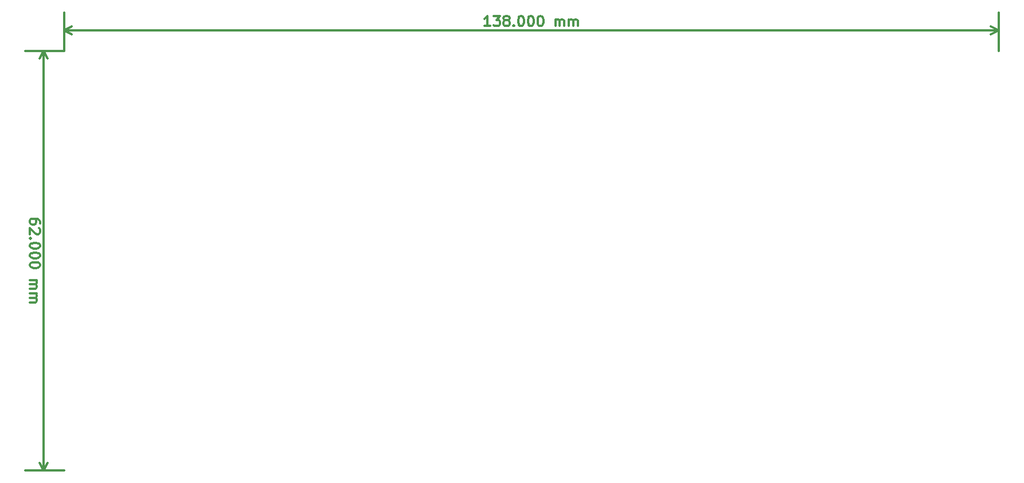
<source format=gbr>
G04 #@! TF.FileFunction,Drawing*
%FSLAX46Y46*%
G04 Gerber Fmt 4.6, Leading zero omitted, Abs format (unit mm)*
G04 Created by KiCad (PCBNEW (2016-07-20 BZR 6990)-product) date Sun Sep 11 23:36:35 2016*
%MOMM*%
%LPD*%
G01*
G04 APERTURE LIST*
%ADD10C,0.100000*%
%ADD11C,0.300000*%
G04 APERTURE END LIST*
D10*
D11*
X76471428Y-69500000D02*
X76471428Y-69214285D01*
X76400000Y-69071428D01*
X76328571Y-69000000D01*
X76114285Y-68857142D01*
X75828571Y-68785714D01*
X75257142Y-68785714D01*
X75114285Y-68857142D01*
X75042857Y-68928571D01*
X74971428Y-69071428D01*
X74971428Y-69357142D01*
X75042857Y-69500000D01*
X75114285Y-69571428D01*
X75257142Y-69642857D01*
X75614285Y-69642857D01*
X75757142Y-69571428D01*
X75828571Y-69500000D01*
X75900000Y-69357142D01*
X75900000Y-69071428D01*
X75828571Y-68928571D01*
X75757142Y-68857142D01*
X75614285Y-68785714D01*
X76328571Y-70214285D02*
X76400000Y-70285714D01*
X76471428Y-70428571D01*
X76471428Y-70785714D01*
X76400000Y-70928571D01*
X76328571Y-71000000D01*
X76185714Y-71071428D01*
X76042857Y-71071428D01*
X75828571Y-71000000D01*
X74971428Y-70142857D01*
X74971428Y-71071428D01*
X75114285Y-71714285D02*
X75042857Y-71785714D01*
X74971428Y-71714285D01*
X75042857Y-71642857D01*
X75114285Y-71714285D01*
X74971428Y-71714285D01*
X76471428Y-72714285D02*
X76471428Y-72857142D01*
X76400000Y-73000000D01*
X76328571Y-73071428D01*
X76185714Y-73142857D01*
X75900000Y-73214285D01*
X75542857Y-73214285D01*
X75257142Y-73142857D01*
X75114285Y-73071428D01*
X75042857Y-73000000D01*
X74971428Y-72857142D01*
X74971428Y-72714285D01*
X75042857Y-72571428D01*
X75114285Y-72500000D01*
X75257142Y-72428571D01*
X75542857Y-72357142D01*
X75900000Y-72357142D01*
X76185714Y-72428571D01*
X76328571Y-72500000D01*
X76400000Y-72571428D01*
X76471428Y-72714285D01*
X76471428Y-74142857D02*
X76471428Y-74285714D01*
X76400000Y-74428571D01*
X76328571Y-74500000D01*
X76185714Y-74571428D01*
X75900000Y-74642857D01*
X75542857Y-74642857D01*
X75257142Y-74571428D01*
X75114285Y-74500000D01*
X75042857Y-74428571D01*
X74971428Y-74285714D01*
X74971428Y-74142857D01*
X75042857Y-74000000D01*
X75114285Y-73928571D01*
X75257142Y-73857142D01*
X75542857Y-73785714D01*
X75900000Y-73785714D01*
X76185714Y-73857142D01*
X76328571Y-73928571D01*
X76400000Y-74000000D01*
X76471428Y-74142857D01*
X76471428Y-75571428D02*
X76471428Y-75714285D01*
X76400000Y-75857142D01*
X76328571Y-75928571D01*
X76185714Y-76000000D01*
X75900000Y-76071428D01*
X75542857Y-76071428D01*
X75257142Y-76000000D01*
X75114285Y-75928571D01*
X75042857Y-75857142D01*
X74971428Y-75714285D01*
X74971428Y-75571428D01*
X75042857Y-75428571D01*
X75114285Y-75357142D01*
X75257142Y-75285714D01*
X75542857Y-75214285D01*
X75900000Y-75214285D01*
X76185714Y-75285714D01*
X76328571Y-75357142D01*
X76400000Y-75428571D01*
X76471428Y-75571428D01*
X74971428Y-77857142D02*
X75971428Y-77857142D01*
X75828571Y-77857142D02*
X75900000Y-77928571D01*
X75971428Y-78071428D01*
X75971428Y-78285714D01*
X75900000Y-78428571D01*
X75757142Y-78500000D01*
X74971428Y-78500000D01*
X75757142Y-78500000D02*
X75900000Y-78571428D01*
X75971428Y-78714285D01*
X75971428Y-78928571D01*
X75900000Y-79071428D01*
X75757142Y-79142857D01*
X74971428Y-79142857D01*
X74971428Y-79857142D02*
X75971428Y-79857142D01*
X75828571Y-79857142D02*
X75900000Y-79928571D01*
X75971428Y-80071428D01*
X75971428Y-80285714D01*
X75900000Y-80428571D01*
X75757142Y-80500000D01*
X74971428Y-80500000D01*
X75757142Y-80500000D02*
X75900000Y-80571428D01*
X75971428Y-80714285D01*
X75971428Y-80928571D01*
X75900000Y-81071428D01*
X75757142Y-81142857D01*
X74971428Y-81142857D01*
X77000000Y-44000000D02*
X77000000Y-106000000D01*
X80000000Y-44000000D02*
X74300000Y-44000000D01*
X80000000Y-106000000D02*
X74300000Y-106000000D01*
X77000000Y-106000000D02*
X76413579Y-104873496D01*
X77000000Y-106000000D02*
X77586421Y-104873496D01*
X77000000Y-44000000D02*
X76413579Y-45126504D01*
X77000000Y-44000000D02*
X77586421Y-45126504D01*
X142928571Y-40328571D02*
X142071428Y-40328571D01*
X142500000Y-40328571D02*
X142500000Y-38828571D01*
X142357142Y-39042857D01*
X142214285Y-39185714D01*
X142071428Y-39257142D01*
X143428571Y-38828571D02*
X144357142Y-38828571D01*
X143857142Y-39400000D01*
X144071428Y-39400000D01*
X144214285Y-39471428D01*
X144285714Y-39542857D01*
X144357142Y-39685714D01*
X144357142Y-40042857D01*
X144285714Y-40185714D01*
X144214285Y-40257142D01*
X144071428Y-40328571D01*
X143642857Y-40328571D01*
X143500000Y-40257142D01*
X143428571Y-40185714D01*
X145214285Y-39471428D02*
X145071428Y-39400000D01*
X145000000Y-39328571D01*
X144928571Y-39185714D01*
X144928571Y-39114285D01*
X145000000Y-38971428D01*
X145071428Y-38900000D01*
X145214285Y-38828571D01*
X145500000Y-38828571D01*
X145642857Y-38900000D01*
X145714285Y-38971428D01*
X145785714Y-39114285D01*
X145785714Y-39185714D01*
X145714285Y-39328571D01*
X145642857Y-39400000D01*
X145500000Y-39471428D01*
X145214285Y-39471428D01*
X145071428Y-39542857D01*
X145000000Y-39614285D01*
X144928571Y-39757142D01*
X144928571Y-40042857D01*
X145000000Y-40185714D01*
X145071428Y-40257142D01*
X145214285Y-40328571D01*
X145500000Y-40328571D01*
X145642857Y-40257142D01*
X145714285Y-40185714D01*
X145785714Y-40042857D01*
X145785714Y-39757142D01*
X145714285Y-39614285D01*
X145642857Y-39542857D01*
X145500000Y-39471428D01*
X146428571Y-40185714D02*
X146500000Y-40257142D01*
X146428571Y-40328571D01*
X146357142Y-40257142D01*
X146428571Y-40185714D01*
X146428571Y-40328571D01*
X147428571Y-38828571D02*
X147571428Y-38828571D01*
X147714285Y-38900000D01*
X147785714Y-38971428D01*
X147857142Y-39114285D01*
X147928571Y-39400000D01*
X147928571Y-39757142D01*
X147857142Y-40042857D01*
X147785714Y-40185714D01*
X147714285Y-40257142D01*
X147571428Y-40328571D01*
X147428571Y-40328571D01*
X147285714Y-40257142D01*
X147214285Y-40185714D01*
X147142857Y-40042857D01*
X147071428Y-39757142D01*
X147071428Y-39400000D01*
X147142857Y-39114285D01*
X147214285Y-38971428D01*
X147285714Y-38900000D01*
X147428571Y-38828571D01*
X148857142Y-38828571D02*
X149000000Y-38828571D01*
X149142857Y-38900000D01*
X149214285Y-38971428D01*
X149285714Y-39114285D01*
X149357142Y-39400000D01*
X149357142Y-39757142D01*
X149285714Y-40042857D01*
X149214285Y-40185714D01*
X149142857Y-40257142D01*
X149000000Y-40328571D01*
X148857142Y-40328571D01*
X148714285Y-40257142D01*
X148642857Y-40185714D01*
X148571428Y-40042857D01*
X148500000Y-39757142D01*
X148500000Y-39400000D01*
X148571428Y-39114285D01*
X148642857Y-38971428D01*
X148714285Y-38900000D01*
X148857142Y-38828571D01*
X150285714Y-38828571D02*
X150428571Y-38828571D01*
X150571428Y-38900000D01*
X150642857Y-38971428D01*
X150714285Y-39114285D01*
X150785714Y-39400000D01*
X150785714Y-39757142D01*
X150714285Y-40042857D01*
X150642857Y-40185714D01*
X150571428Y-40257142D01*
X150428571Y-40328571D01*
X150285714Y-40328571D01*
X150142857Y-40257142D01*
X150071428Y-40185714D01*
X150000000Y-40042857D01*
X149928571Y-39757142D01*
X149928571Y-39400000D01*
X150000000Y-39114285D01*
X150071428Y-38971428D01*
X150142857Y-38900000D01*
X150285714Y-38828571D01*
X152571428Y-40328571D02*
X152571428Y-39328571D01*
X152571428Y-39471428D02*
X152642857Y-39400000D01*
X152785714Y-39328571D01*
X153000000Y-39328571D01*
X153142857Y-39400000D01*
X153214285Y-39542857D01*
X153214285Y-40328571D01*
X153214285Y-39542857D02*
X153285714Y-39400000D01*
X153428571Y-39328571D01*
X153642857Y-39328571D01*
X153785714Y-39400000D01*
X153857142Y-39542857D01*
X153857142Y-40328571D01*
X154571428Y-40328571D02*
X154571428Y-39328571D01*
X154571428Y-39471428D02*
X154642857Y-39400000D01*
X154785714Y-39328571D01*
X155000000Y-39328571D01*
X155142857Y-39400000D01*
X155214285Y-39542857D01*
X155214285Y-40328571D01*
X155214285Y-39542857D02*
X155285714Y-39400000D01*
X155428571Y-39328571D01*
X155642857Y-39328571D01*
X155785714Y-39400000D01*
X155857142Y-39542857D01*
X155857142Y-40328571D01*
X80000000Y-41000000D02*
X218000000Y-41000000D01*
X80000000Y-44000000D02*
X80000000Y-38300000D01*
X218000000Y-44000000D02*
X218000000Y-38300000D01*
X218000000Y-41000000D02*
X216873496Y-41586421D01*
X218000000Y-41000000D02*
X216873496Y-40413579D01*
X80000000Y-41000000D02*
X81126504Y-41586421D01*
X80000000Y-41000000D02*
X81126504Y-40413579D01*
M02*

</source>
